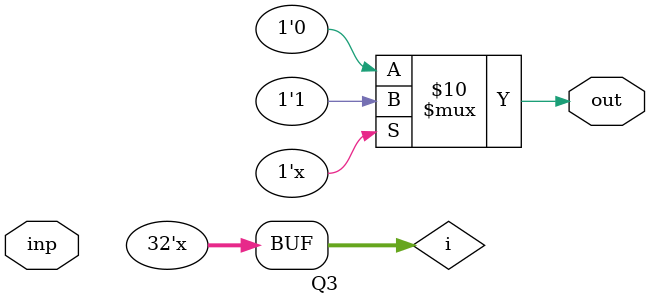
<source format=v>
module Q3(inp,out);
	
	input inp;
	output reg out;
	
	integer i=1'd0;
	
	always @(*)begin
		
		if (inp==1)              
			i=2*i+1;             
		else
			i=2*i;
			
		if (i%5 == 0)    
			out=1'b1;
		else
			out=1'b0;

	end
endmodule
</source>
